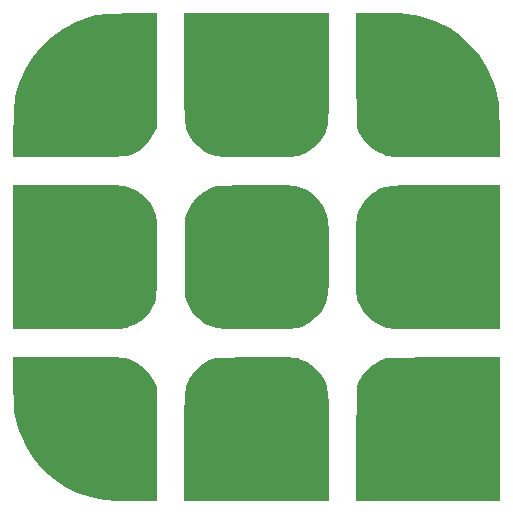
<source format=gbr>
%TF.GenerationSoftware,KiCad,Pcbnew,5.1.6-1.fc32*%
%TF.CreationDate,2020-07-09T20:52:17-05:00*%
%TF.ProjectId,case_plate,63617365-5f70-46c6-9174-652e6b696361,rev?*%
%TF.SameCoordinates,Original*%
%TF.FileFunction,Paste,Top*%
%TF.FilePolarity,Positive*%
%FSLAX46Y46*%
G04 Gerber Fmt 4.6, Leading zero omitted, Abs format (unit mm)*
G04 Created by KiCad (PCBNEW 5.1.6-1.fc32) date 2020-07-09 20:52:17*
%MOMM*%
%LPD*%
G01*
G04 APERTURE LIST*
%ADD10C,0.100000*%
G04 APERTURE END LIST*
D10*
%TO.C,G\u002A\u002A\u002A*%
G36*
X110594214Y-93126950D02*
G01*
X110595158Y-93127216D01*
X110596031Y-93127662D01*
X110596800Y-93128269D01*
X110597437Y-93129014D01*
X110597915Y-93129869D01*
X110598218Y-93130802D01*
X110598334Y-93131897D01*
X110574500Y-97988794D01*
X110550666Y-102845692D01*
X110550565Y-102846667D01*
X110550153Y-102847873D01*
X110319692Y-103316695D01*
X110319456Y-103317121D01*
X109914788Y-103970767D01*
X109914186Y-103971553D01*
X109403590Y-104516702D01*
X109402939Y-104517285D01*
X109025254Y-104800277D01*
X109024929Y-104800502D01*
X108846563Y-104913320D01*
X108846411Y-104913412D01*
X108681758Y-105009543D01*
X108681429Y-105009719D01*
X108515857Y-105090501D01*
X108515394Y-105090698D01*
X108334271Y-105157464D01*
X108333782Y-105157617D01*
X108122475Y-105211703D01*
X108122058Y-105211791D01*
X107865936Y-105254532D01*
X107865629Y-105254573D01*
X107550058Y-105287305D01*
X107549850Y-105287322D01*
X107160198Y-105311380D01*
X107160065Y-105311387D01*
X106681701Y-105328107D01*
X106681618Y-105328109D01*
X106099908Y-105338825D01*
X106099859Y-105338826D01*
X105400172Y-105344874D01*
X105400145Y-105344874D01*
X104567847Y-105347589D01*
X104567835Y-105347589D01*
X103588296Y-105348306D01*
X103588292Y-105348306D01*
X103027605Y-105348334D01*
X98376612Y-105348334D01*
X98375637Y-105348238D01*
X98374699Y-105347953D01*
X98373834Y-105347491D01*
X98373077Y-105346870D01*
X98372455Y-105346112D01*
X98371993Y-105345248D01*
X98371708Y-105344310D01*
X98371613Y-105343237D01*
X98416330Y-103036070D01*
X98416330Y-103036056D01*
X98433594Y-102257933D01*
X98433596Y-102257878D01*
X98454690Y-101620991D01*
X98454695Y-101620883D01*
X98483467Y-101097138D01*
X98483480Y-101096955D01*
X98523781Y-100658255D01*
X98523812Y-100657990D01*
X98579489Y-100276238D01*
X98579546Y-100275922D01*
X98654448Y-99923022D01*
X98654522Y-99922720D01*
X98752500Y-99570577D01*
X98752568Y-99570354D01*
X98877468Y-99190870D01*
X98877506Y-99190759D01*
X98984361Y-98890094D01*
X98984504Y-98889734D01*
X99456635Y-97829212D01*
X99456965Y-97828593D01*
X100071536Y-96846806D01*
X100071935Y-96846256D01*
X100816198Y-95954187D01*
X100816654Y-95953708D01*
X101677860Y-95162338D01*
X101678365Y-95161932D01*
X102643767Y-94482245D01*
X102644314Y-94481910D01*
X103701161Y-93924890D01*
X103701745Y-93924628D01*
X104837291Y-93501256D01*
X104837747Y-93501110D01*
X105419948Y-93345560D01*
X105420378Y-93345466D01*
X105692057Y-93297976D01*
X105692401Y-93297928D01*
X106074351Y-93258185D01*
X106074544Y-93258168D01*
X106580510Y-93225336D01*
X106580626Y-93225330D01*
X107224355Y-93198574D01*
X107224428Y-93198572D01*
X108019665Y-93177059D01*
X108019697Y-93177058D01*
X108283397Y-93171627D01*
X108283403Y-93171627D01*
X110593237Y-93126873D01*
X110594214Y-93126950D01*
G37*
G36*
X125151641Y-93146430D02*
G01*
X125152579Y-93146715D01*
X125153444Y-93147177D01*
X125154202Y-93147798D01*
X125154823Y-93148556D01*
X125155285Y-93149421D01*
X125155570Y-93150359D01*
X125155666Y-93151336D01*
X125154196Y-97575169D01*
X125154196Y-97575173D01*
X125153022Y-98642360D01*
X125153022Y-98642373D01*
X125149581Y-99554938D01*
X125149581Y-99554963D01*
X125142853Y-100327612D01*
X125142852Y-100327653D01*
X125131815Y-100975093D01*
X125131814Y-100975160D01*
X125115446Y-101512097D01*
X125115441Y-101512202D01*
X125092720Y-101953343D01*
X125092710Y-101953502D01*
X125062614Y-102313553D01*
X125062589Y-102313787D01*
X125024098Y-102607456D01*
X125024045Y-102607777D01*
X124976135Y-102849769D01*
X124976039Y-102850167D01*
X124917691Y-103055188D01*
X124917553Y-103055603D01*
X124847743Y-103238362D01*
X124847598Y-103238704D01*
X124765305Y-103413905D01*
X124765233Y-103414050D01*
X124745478Y-103452795D01*
X124745183Y-103453299D01*
X124348896Y-104047327D01*
X124348248Y-104048112D01*
X123825103Y-104564167D01*
X123824356Y-104564774D01*
X123210065Y-104972269D01*
X123209298Y-104972686D01*
X122724976Y-105183637D01*
X122724492Y-105183819D01*
X122592014Y-105225872D01*
X122591681Y-105225965D01*
X122450985Y-105260133D01*
X122450604Y-105260210D01*
X122283502Y-105287260D01*
X122283190Y-105287300D01*
X122071495Y-105308001D01*
X122071283Y-105308017D01*
X121796806Y-105323137D01*
X121796676Y-105323143D01*
X121441231Y-105333448D01*
X121441155Y-105333450D01*
X120986553Y-105339710D01*
X120986510Y-105339710D01*
X120414564Y-105342691D01*
X120414541Y-105342691D01*
X119707064Y-105343162D01*
X119707054Y-105343162D01*
X118977905Y-105342147D01*
X118977899Y-105342147D01*
X118136111Y-105339945D01*
X118136098Y-105339945D01*
X117445699Y-105336307D01*
X117445672Y-105336307D01*
X116888717Y-105330446D01*
X116888670Y-105330445D01*
X116447217Y-105321571D01*
X116447133Y-105321569D01*
X116103236Y-105308892D01*
X116103094Y-105308884D01*
X115838810Y-105291617D01*
X115838581Y-105291597D01*
X115635968Y-105268949D01*
X115635631Y-105268900D01*
X115476742Y-105240082D01*
X115476336Y-105239991D01*
X115343230Y-105204215D01*
X115342938Y-105204126D01*
X115267370Y-105178773D01*
X115266783Y-105178534D01*
X114628265Y-104869759D01*
X114627434Y-104869252D01*
X114044965Y-104430532D01*
X114044277Y-104429905D01*
X113557748Y-103895870D01*
X113557211Y-103895164D01*
X113279408Y-103453185D01*
X113279143Y-103452707D01*
X113193985Y-103277199D01*
X113193845Y-103276884D01*
X113121394Y-103097034D01*
X113121250Y-103096627D01*
X113060483Y-102897728D01*
X113060377Y-102897320D01*
X113010272Y-102664667D01*
X113010211Y-102664326D01*
X112969748Y-102383212D01*
X112969718Y-102382961D01*
X112937874Y-102038678D01*
X112937861Y-102038504D01*
X112913615Y-101616347D01*
X112913610Y-101616232D01*
X112895940Y-101101495D01*
X112895938Y-101101420D01*
X112883823Y-100479394D01*
X112883822Y-100479348D01*
X112876239Y-99735329D01*
X112876239Y-99735301D01*
X112872167Y-98854581D01*
X112872167Y-98854566D01*
X112870585Y-97822439D01*
X112870585Y-97822433D01*
X112870470Y-97575169D01*
X112869000Y-93151336D01*
X112869096Y-93150361D01*
X112869380Y-93149423D01*
X112869841Y-93148558D01*
X112870463Y-93147800D01*
X112871220Y-93147178D01*
X112872084Y-93146715D01*
X112873022Y-93146431D01*
X112874000Y-93146334D01*
X125150666Y-93146334D01*
X125151641Y-93146430D01*
G37*
G36*
X129317856Y-93148948D02*
G01*
X129317897Y-93148948D01*
X130253150Y-93157859D01*
X130253270Y-93157862D01*
X131047722Y-93184611D01*
X131047911Y-93184621D01*
X131729546Y-93233448D01*
X131729814Y-93233474D01*
X132326616Y-93308617D01*
X132326952Y-93308671D01*
X132866905Y-93414373D01*
X132867269Y-93414459D01*
X133378358Y-93554958D01*
X133378693Y-93555062D01*
X133888903Y-93734599D01*
X133889136Y-93734688D01*
X134304627Y-93904612D01*
X134305025Y-93904796D01*
X135346675Y-94441862D01*
X135347260Y-94442216D01*
X136308662Y-95118183D01*
X136309176Y-95118598D01*
X137174387Y-95916649D01*
X137174837Y-95917122D01*
X137927918Y-96820444D01*
X137928308Y-96820980D01*
X138553316Y-97812756D01*
X138553642Y-97813361D01*
X139034636Y-98876776D01*
X139034774Y-98877114D01*
X139044919Y-98904753D01*
X139044938Y-98904807D01*
X139189886Y-99314143D01*
X139189940Y-99314302D01*
X139305578Y-99679309D01*
X139305652Y-99679567D01*
X139395782Y-100028130D01*
X139395853Y-100028448D01*
X139464278Y-100388451D01*
X139464326Y-100388757D01*
X139514848Y-100788088D01*
X139514873Y-100788327D01*
X139551294Y-101254869D01*
X139551304Y-101255026D01*
X139577426Y-101816665D01*
X139577429Y-101816754D01*
X139597056Y-102501376D01*
X139597057Y-102501414D01*
X139608336Y-103036062D01*
X139608336Y-103036070D01*
X139653053Y-105343237D01*
X139652976Y-105344214D01*
X139652710Y-105345158D01*
X139652264Y-105346031D01*
X139651657Y-105346800D01*
X139650912Y-105347437D01*
X139650057Y-105347915D01*
X139649124Y-105348218D01*
X139648051Y-105348334D01*
X134960524Y-105345569D01*
X134960522Y-105345569D01*
X133938801Y-105344568D01*
X133938795Y-105344568D01*
X133072143Y-105342588D01*
X133072131Y-105342588D01*
X132346285Y-105339212D01*
X132346265Y-105339212D01*
X131746963Y-105334023D01*
X131746930Y-105334022D01*
X131259908Y-105326602D01*
X131259855Y-105326601D01*
X130870851Y-105316534D01*
X130870765Y-105316531D01*
X130565514Y-105303399D01*
X130565378Y-105303392D01*
X130329619Y-105286778D01*
X130329406Y-105286758D01*
X130148874Y-105266245D01*
X130148562Y-105266200D01*
X130008996Y-105241370D01*
X130008605Y-105241284D01*
X129895741Y-105211720D01*
X129895454Y-105211635D01*
X129847007Y-105195790D01*
X129846486Y-105195587D01*
X129115481Y-104862081D01*
X129114577Y-104861547D01*
X128500996Y-104406305D01*
X128500186Y-104405552D01*
X128001533Y-103826387D01*
X128001003Y-103825644D01*
X127708615Y-103324350D01*
X127708446Y-103324036D01*
X127474512Y-102847872D01*
X127474168Y-102846954D01*
X127474000Y-102845692D01*
X127450182Y-97998525D01*
X127426364Y-93151359D01*
X127426455Y-93150383D01*
X127426735Y-93149443D01*
X127427193Y-93148577D01*
X127427811Y-93147816D01*
X127428566Y-93147190D01*
X127429428Y-93146724D01*
X127430364Y-93146435D01*
X127431371Y-93146334D01*
X129317856Y-93148948D01*
G37*
G36*
X139629641Y-107709096D02*
G01*
X139630579Y-107709380D01*
X139631443Y-107709842D01*
X139632201Y-107710464D01*
X139632823Y-107711222D01*
X139633285Y-107712086D01*
X139633570Y-107713024D01*
X139633666Y-107714000D01*
X139633666Y-119906000D01*
X139633570Y-119906975D01*
X139633285Y-119907913D01*
X139632823Y-119908778D01*
X139632202Y-119909536D01*
X139631444Y-119910157D01*
X139630579Y-119910619D01*
X139629641Y-119910904D01*
X139628664Y-119911000D01*
X134993164Y-119908814D01*
X133989501Y-119908213D01*
X133989496Y-119908213D01*
X133140328Y-119907064D01*
X133140319Y-119907064D01*
X132430811Y-119904816D01*
X132430794Y-119904816D01*
X131846109Y-119900917D01*
X131846078Y-119900917D01*
X131371377Y-119894814D01*
X131371324Y-119894813D01*
X130991771Y-119885956D01*
X130991685Y-119885953D01*
X130692444Y-119873790D01*
X130692305Y-119873782D01*
X130458538Y-119857759D01*
X130458326Y-119857740D01*
X130275195Y-119837307D01*
X130274900Y-119837265D01*
X130127570Y-119811869D01*
X130127231Y-119811799D01*
X130000863Y-119780889D01*
X130000581Y-119780811D01*
X129880340Y-119743834D01*
X129880215Y-119743794D01*
X129795439Y-119715264D01*
X129794958Y-119715074D01*
X129091965Y-119394269D01*
X129091027Y-119393709D01*
X128500983Y-118947837D01*
X128500162Y-118947056D01*
X128020113Y-118373289D01*
X128019529Y-118372421D01*
X127646519Y-117667930D01*
X127646317Y-117667500D01*
X127639196Y-117650276D01*
X127639178Y-117650231D01*
X127588173Y-117523381D01*
X127588088Y-117523154D01*
X127546428Y-117403044D01*
X127546305Y-117402634D01*
X127513042Y-117271403D01*
X127512953Y-117270970D01*
X127487144Y-117110754D01*
X127487102Y-117110423D01*
X127467799Y-116903358D01*
X127467783Y-116903146D01*
X127454044Y-116631371D01*
X127454040Y-116631248D01*
X127444917Y-116276899D01*
X127444915Y-116276830D01*
X127439463Y-115822044D01*
X127439463Y-115822008D01*
X127436738Y-115248922D01*
X127436738Y-115248905D01*
X127435794Y-114539656D01*
X127435794Y-114539650D01*
X127435685Y-113810001D01*
X127435685Y-113809999D01*
X127435856Y-112969855D01*
X127435856Y-112969848D01*
X127436997Y-112281175D01*
X127436997Y-112281155D01*
X127440054Y-111726089D01*
X127440054Y-111726050D01*
X127445973Y-111286728D01*
X127445975Y-111286653D01*
X127455700Y-110945212D01*
X127455706Y-110945078D01*
X127470184Y-110683656D01*
X127470201Y-110683428D01*
X127490376Y-110484161D01*
X127490424Y-110483812D01*
X127517242Y-110328838D01*
X127517339Y-110328398D01*
X127551745Y-110199853D01*
X127551867Y-110199461D01*
X127594807Y-110079482D01*
X127594880Y-110079292D01*
X127639182Y-109969759D01*
X127639324Y-109969439D01*
X127927945Y-109378596D01*
X127928391Y-109377854D01*
X128271646Y-108904868D01*
X128272288Y-108904144D01*
X128708613Y-108498318D01*
X128708992Y-108497999D01*
X128817559Y-108415444D01*
X128817637Y-108415385D01*
X129015100Y-108271276D01*
X129015240Y-108271178D01*
X129196432Y-108148167D01*
X129196742Y-108147973D01*
X129376347Y-108044390D01*
X129376811Y-108044154D01*
X129569511Y-107958329D01*
X129570037Y-107958129D01*
X129790516Y-107888393D01*
X129790995Y-107888267D01*
X130053936Y-107832950D01*
X130054306Y-107832887D01*
X130374392Y-107790318D01*
X130374651Y-107790290D01*
X130766565Y-107758800D01*
X130766734Y-107758789D01*
X131245159Y-107736708D01*
X131245266Y-107736705D01*
X131824885Y-107722363D01*
X131824950Y-107722361D01*
X132520447Y-107714089D01*
X132520483Y-107714089D01*
X133346540Y-107710215D01*
X133346557Y-107710215D01*
X134317857Y-107709071D01*
X134317862Y-107709071D01*
X135023250Y-107709000D01*
X139628665Y-107709000D01*
X139629641Y-107709096D01*
G37*
G36*
X104005940Y-107709258D02*
G01*
X104005945Y-107709258D01*
X104856062Y-107710360D01*
X104856073Y-107710360D01*
X105566705Y-107712799D01*
X105566724Y-107712799D01*
X106152797Y-107717067D01*
X106152830Y-107717067D01*
X106629267Y-107723657D01*
X106629321Y-107723659D01*
X107011048Y-107733064D01*
X107011135Y-107733066D01*
X107313075Y-107745779D01*
X107313212Y-107745787D01*
X107550291Y-107762301D01*
X107550496Y-107762320D01*
X107737637Y-107783126D01*
X107737914Y-107783164D01*
X107890043Y-107808756D01*
X107890352Y-107808818D01*
X108022391Y-107839689D01*
X108022640Y-107839754D01*
X108149516Y-107876395D01*
X108149601Y-107876421D01*
X108159468Y-107879460D01*
X108159983Y-107879650D01*
X108851800Y-108179305D01*
X108852751Y-108179847D01*
X109455772Y-108617766D01*
X109456571Y-108618490D01*
X109956486Y-109180866D01*
X109957096Y-109181717D01*
X110339591Y-109854740D01*
X110339875Y-109855326D01*
X110425365Y-110065410D01*
X110425447Y-110065626D01*
X110469052Y-110188765D01*
X110469149Y-110189070D01*
X110504630Y-110314240D01*
X110504729Y-110314654D01*
X110532771Y-110459525D01*
X110532828Y-110459895D01*
X110554116Y-110642136D01*
X110554140Y-110642396D01*
X110569358Y-110879678D01*
X110569365Y-110879839D01*
X110579198Y-111189829D01*
X110579201Y-111189924D01*
X110584335Y-111590294D01*
X110584335Y-111590347D01*
X110585454Y-112098764D01*
X110585454Y-112098792D01*
X110583243Y-112732928D01*
X110583243Y-112732942D01*
X110578387Y-113510464D01*
X110578387Y-113510469D01*
X110575400Y-113928578D01*
X110575400Y-113928580D01*
X110568990Y-114776637D01*
X110568990Y-114776645D01*
X110562641Y-115472785D01*
X110562641Y-115472804D01*
X110555354Y-116034441D01*
X110555353Y-116034480D01*
X110546128Y-116479027D01*
X110546126Y-116479099D01*
X110533963Y-116823972D01*
X110533957Y-116824102D01*
X110517857Y-117086712D01*
X110517838Y-117086935D01*
X110496802Y-117284696D01*
X110496751Y-117285050D01*
X110469778Y-117435377D01*
X110469670Y-117435850D01*
X110435762Y-117556156D01*
X110435610Y-117556611D01*
X110393766Y-117664309D01*
X110393667Y-117664544D01*
X110355773Y-117749046D01*
X110355540Y-117749503D01*
X109951132Y-118449001D01*
X109950531Y-118449830D01*
X109441700Y-119019023D01*
X109440878Y-119019760D01*
X108832564Y-119454170D01*
X108831615Y-119454702D01*
X108159953Y-119740363D01*
X108159397Y-119740562D01*
X108032303Y-119777663D01*
X108032063Y-119777726D01*
X107900941Y-119809019D01*
X107900633Y-119809083D01*
X107750558Y-119835059D01*
X107750276Y-119835099D01*
X107566324Y-119856253D01*
X107566113Y-119856273D01*
X107333360Y-119873095D01*
X107333219Y-119873103D01*
X107036739Y-119886088D01*
X107036648Y-119886091D01*
X106661518Y-119895731D01*
X106661462Y-119895732D01*
X106192757Y-119902519D01*
X106192723Y-119902520D01*
X105615518Y-119906948D01*
X105615498Y-119906948D01*
X104914869Y-119909508D01*
X104914858Y-119909508D01*
X104075882Y-119910694D01*
X104075877Y-119910694D01*
X103083627Y-119910999D01*
X103083625Y-119910999D01*
X103001414Y-119911000D01*
X98396000Y-119911000D01*
X98395025Y-119910904D01*
X98394087Y-119910619D01*
X98393222Y-119910157D01*
X98392465Y-119909536D01*
X98391843Y-119908778D01*
X98391381Y-119907913D01*
X98391096Y-119906976D01*
X98391000Y-119906000D01*
X98391000Y-107714000D01*
X98391096Y-107713025D01*
X98391381Y-107712087D01*
X98391843Y-107711222D01*
X98392464Y-107710464D01*
X98393222Y-107709843D01*
X98394087Y-107709381D01*
X98395025Y-107709096D01*
X98396000Y-107709000D01*
X103001415Y-107709000D01*
X104005940Y-107709258D01*
G37*
G36*
X104096982Y-122272122D02*
G01*
X104096989Y-122272122D01*
X104968543Y-122273747D01*
X104968556Y-122273747D01*
X105699038Y-122276930D01*
X105699058Y-122276930D01*
X106302595Y-122282058D01*
X106302629Y-122282059D01*
X106793353Y-122289520D01*
X106793407Y-122289521D01*
X107185445Y-122299703D01*
X107185531Y-122299706D01*
X107493013Y-122312997D01*
X107493150Y-122313004D01*
X107730206Y-122329792D01*
X107730421Y-122329812D01*
X107911179Y-122350484D01*
X107911497Y-122350531D01*
X108050087Y-122375476D01*
X108050494Y-122375567D01*
X108161046Y-122405172D01*
X108161305Y-122405249D01*
X108182636Y-122412214D01*
X108183173Y-122412424D01*
X108888170Y-122736633D01*
X108889085Y-122737179D01*
X109504345Y-123199697D01*
X109505116Y-123200415D01*
X110014718Y-123787152D01*
X110015248Y-123787888D01*
X110319510Y-124302968D01*
X110319692Y-124303305D01*
X110550153Y-124772128D01*
X110550497Y-124773046D01*
X110550666Y-124774309D01*
X110574484Y-129621475D01*
X110598301Y-134468642D01*
X110598210Y-134469618D01*
X110597930Y-134470558D01*
X110597472Y-134471424D01*
X110596854Y-134472185D01*
X110596099Y-134472811D01*
X110595237Y-134473277D01*
X110594301Y-134473566D01*
X110593274Y-134473667D01*
X108622123Y-134462931D01*
X108622099Y-134462931D01*
X108025251Y-134456820D01*
X108025205Y-134456819D01*
X107452828Y-134445696D01*
X107452779Y-134445695D01*
X106937522Y-134430595D01*
X106937456Y-134430593D01*
X106511968Y-134412554D01*
X106511852Y-134412547D01*
X106208782Y-134392606D01*
X106208585Y-134392589D01*
X106122914Y-134383543D01*
X106122454Y-134383473D01*
X104959783Y-134149887D01*
X104959131Y-134149709D01*
X103847424Y-133764428D01*
X103846817Y-133764172D01*
X102800489Y-133238633D01*
X102799930Y-133238305D01*
X101833393Y-132583946D01*
X101832883Y-132583551D01*
X100960550Y-131811810D01*
X100960091Y-131811347D01*
X100196375Y-130933660D01*
X100195972Y-130933129D01*
X99555287Y-129960933D01*
X99554949Y-129960334D01*
X99051708Y-128905068D01*
X99051546Y-128904688D01*
X98979766Y-128715296D01*
X98979728Y-128715193D01*
X98834780Y-128305857D01*
X98834726Y-128305698D01*
X98719088Y-127940691D01*
X98719014Y-127940433D01*
X98628884Y-127591871D01*
X98628813Y-127591553D01*
X98560388Y-127231549D01*
X98560340Y-127231243D01*
X98509818Y-126831913D01*
X98509793Y-126831674D01*
X98473372Y-126365132D01*
X98473362Y-126364975D01*
X98447239Y-125803335D01*
X98447236Y-125803246D01*
X98427610Y-125118624D01*
X98427609Y-125118586D01*
X98416330Y-124583939D01*
X98416330Y-124583931D01*
X98371613Y-122276764D01*
X98371690Y-122275787D01*
X98371956Y-122274843D01*
X98372402Y-122273970D01*
X98373009Y-122273201D01*
X98373754Y-122272564D01*
X98374609Y-122272086D01*
X98375542Y-122271783D01*
X98376612Y-122271667D01*
X103070225Y-122271667D01*
X104096982Y-122272122D01*
G37*
G36*
X120983151Y-122281702D02*
G01*
X120983197Y-122281702D01*
X121443006Y-122286590D01*
X121443084Y-122286592D01*
X121803124Y-122296046D01*
X121803255Y-122296051D01*
X122080916Y-122310598D01*
X122081126Y-122310613D01*
X122293794Y-122330783D01*
X122294109Y-122330823D01*
X122459170Y-122357142D01*
X122459571Y-122357223D01*
X122594413Y-122390220D01*
X122594693Y-122390297D01*
X122642713Y-122405047D01*
X122643267Y-122405254D01*
X123278480Y-122686119D01*
X123279294Y-122686574D01*
X123864503Y-123089529D01*
X123865190Y-123090099D01*
X124361306Y-123582729D01*
X124361939Y-123583497D01*
X124729869Y-124133387D01*
X124730165Y-124133891D01*
X124732070Y-124137617D01*
X124732119Y-124137716D01*
X124820025Y-124319474D01*
X124820154Y-124319763D01*
X124894936Y-124503186D01*
X124895077Y-124503577D01*
X124957793Y-124703481D01*
X124957901Y-124703887D01*
X125009608Y-124935090D01*
X125009673Y-124935437D01*
X125051429Y-125212754D01*
X125051462Y-125213014D01*
X125084325Y-125551262D01*
X125084339Y-125551444D01*
X125109367Y-125965440D01*
X125109373Y-125965561D01*
X125127624Y-126470121D01*
X125127626Y-126470199D01*
X125140157Y-127080139D01*
X125140158Y-127080188D01*
X125148027Y-127810325D01*
X125148027Y-127810354D01*
X125152293Y-128675506D01*
X125152293Y-128675523D01*
X125154012Y-129690504D01*
X125154012Y-129690509D01*
X125154196Y-130044831D01*
X125155666Y-134468664D01*
X125155570Y-134469640D01*
X125155286Y-134470578D01*
X125154825Y-134471443D01*
X125154203Y-134472201D01*
X125153446Y-134472823D01*
X125152582Y-134473285D01*
X125151644Y-134473570D01*
X125150666Y-134473667D01*
X112874000Y-134473667D01*
X112873025Y-134473571D01*
X112872087Y-134473286D01*
X112871222Y-134472824D01*
X112870464Y-134472203D01*
X112869843Y-134471445D01*
X112869381Y-134470580D01*
X112869096Y-134469642D01*
X112869000Y-134468665D01*
X112870470Y-130044832D01*
X112870470Y-130044829D01*
X112871593Y-128979778D01*
X112871593Y-128979765D01*
X112874915Y-128069203D01*
X112874915Y-128069178D01*
X112881504Y-127298262D01*
X112881505Y-127298220D01*
X112892431Y-126652108D01*
X112892432Y-126652041D01*
X112908764Y-126115891D01*
X112908769Y-126115785D01*
X112931576Y-125674756D01*
X112931587Y-125674595D01*
X112961940Y-125313845D01*
X112961965Y-125313610D01*
X113000932Y-125018297D01*
X113000985Y-125017976D01*
X113049636Y-124773258D01*
X113049731Y-124772866D01*
X113109136Y-124563902D01*
X113109269Y-124563498D01*
X113180497Y-124375446D01*
X113180634Y-124375119D01*
X113264754Y-124193136D01*
X113264826Y-124192988D01*
X113297133Y-124128723D01*
X113297427Y-124128215D01*
X113546955Y-123750176D01*
X113547402Y-123749596D01*
X113904468Y-123350507D01*
X113904851Y-123350123D01*
X114321361Y-122975654D01*
X114321807Y-122975297D01*
X114749664Y-122671119D01*
X114750148Y-122670815D01*
X114945920Y-122562945D01*
X114946137Y-122562832D01*
X115454137Y-122314508D01*
X115455056Y-122314166D01*
X115456296Y-122314000D01*
X118831208Y-122289155D01*
X118831212Y-122289155D01*
X119694645Y-122283512D01*
X119694659Y-122283512D01*
X120406163Y-122280852D01*
X120406189Y-122280852D01*
X120983151Y-122281702D01*
G37*
G36*
X139629618Y-122267699D02*
G01*
X139630557Y-122267979D01*
X139631424Y-122268437D01*
X139632184Y-122269055D01*
X139632810Y-122269810D01*
X139633276Y-122270672D01*
X139633565Y-122271609D01*
X139633666Y-122272608D01*
X139633666Y-134468667D01*
X139633570Y-134469642D01*
X139633285Y-134470580D01*
X139632823Y-134471445D01*
X139632202Y-134472203D01*
X139631444Y-134472824D01*
X139630579Y-134473286D01*
X139629641Y-134473571D01*
X139628666Y-134473667D01*
X127431364Y-134473667D01*
X127430389Y-134473571D01*
X127429451Y-134473286D01*
X127428586Y-134472824D01*
X127427828Y-134472203D01*
X127427207Y-134471445D01*
X127426745Y-134470580D01*
X127426460Y-134469642D01*
X127426364Y-134468642D01*
X127450182Y-129621475D01*
X127474000Y-124774309D01*
X127474101Y-124773334D01*
X127474512Y-124772130D01*
X127711179Y-124290189D01*
X127711421Y-124289752D01*
X128123144Y-123627738D01*
X128123815Y-123626883D01*
X128650702Y-123088104D01*
X128651549Y-123087410D01*
X129300767Y-122664674D01*
X129301243Y-122664400D01*
X129362715Y-122633381D01*
X129362751Y-122633363D01*
X130007779Y-122314518D01*
X130008696Y-122314172D01*
X130009971Y-122314000D01*
X134819306Y-122290804D01*
X139628642Y-122267608D01*
X139629618Y-122267699D01*
G37*
G36*
X120512757Y-107718072D02*
G01*
X120512807Y-107718072D01*
X121159802Y-107724797D01*
X121159882Y-107724799D01*
X121665998Y-107738197D01*
X121666136Y-107738202D01*
X122040820Y-107758466D01*
X122041087Y-107758488D01*
X122293788Y-107785811D01*
X122294159Y-107785865D01*
X122357574Y-107797572D01*
X122358246Y-107797745D01*
X123072727Y-108035753D01*
X123073706Y-108036201D01*
X123706590Y-108413166D01*
X123707440Y-108413804D01*
X124242567Y-108912506D01*
X124243257Y-108913301D01*
X124664466Y-109516518D01*
X124664974Y-109517439D01*
X124956105Y-110207950D01*
X124956369Y-110208766D01*
X125066148Y-110683500D01*
X125066251Y-110684118D01*
X125092259Y-110938821D01*
X125092278Y-110939060D01*
X125113604Y-111335070D01*
X125113608Y-111335176D01*
X125130250Y-111844530D01*
X125130252Y-111844592D01*
X125142211Y-112439330D01*
X125142212Y-112439375D01*
X125149488Y-113091534D01*
X125149488Y-113091571D01*
X125152080Y-113773189D01*
X125152080Y-113773223D01*
X125149989Y-114456338D01*
X125149989Y-114456375D01*
X125143215Y-115113026D01*
X125143214Y-115113069D01*
X125131757Y-115715294D01*
X125131756Y-115715354D01*
X125115615Y-116235190D01*
X125115611Y-116235289D01*
X125094787Y-116644775D01*
X125094771Y-116644989D01*
X125069264Y-116916164D01*
X125069229Y-116916452D01*
X125066220Y-116936131D01*
X125066105Y-116936677D01*
X124864553Y-117684109D01*
X124864168Y-117685100D01*
X124520391Y-118351279D01*
X124519785Y-118352191D01*
X124043987Y-118921786D01*
X124043190Y-118922551D01*
X123445579Y-119380230D01*
X123445121Y-119380542D01*
X123434876Y-119386720D01*
X123434806Y-119386761D01*
X123214901Y-119514569D01*
X123214656Y-119514703D01*
X123008100Y-119619768D01*
X123007684Y-119619956D01*
X122795549Y-119704476D01*
X122795044Y-119704646D01*
X122558406Y-119770817D01*
X122557939Y-119770924D01*
X122277872Y-119820943D01*
X122277517Y-119820993D01*
X121935095Y-119857057D01*
X121934857Y-119857077D01*
X121511155Y-119881384D01*
X121511010Y-119881390D01*
X120987101Y-119896135D01*
X120987017Y-119896137D01*
X120343977Y-119903519D01*
X120343934Y-119903519D01*
X119562835Y-119905735D01*
X119562819Y-119905735D01*
X118969998Y-119905442D01*
X118969990Y-119905442D01*
X118150686Y-119903804D01*
X118150670Y-119903804D01*
X117481771Y-119900391D01*
X117481741Y-119900391D01*
X116944319Y-119894349D01*
X116944263Y-119894348D01*
X116519390Y-119884823D01*
X116519293Y-119884820D01*
X116188043Y-119870960D01*
X116187882Y-119870950D01*
X115931327Y-119851901D01*
X115931077Y-119851876D01*
X115730292Y-119826785D01*
X115729955Y-119826731D01*
X115566011Y-119794745D01*
X115565655Y-119794663D01*
X115419625Y-119754927D01*
X115419444Y-119754874D01*
X115383372Y-119743583D01*
X115382839Y-119743382D01*
X114685147Y-119434028D01*
X114684231Y-119433499D01*
X114070756Y-118986872D01*
X114069985Y-118986178D01*
X113561386Y-118421960D01*
X113560772Y-118421116D01*
X113177710Y-117758985D01*
X113177413Y-117758381D01*
X113099078Y-117567728D01*
X113099002Y-117567530D01*
X113051279Y-117435696D01*
X113051190Y-117435427D01*
X113012338Y-117305594D01*
X113012236Y-117305195D01*
X112981345Y-117159100D01*
X112981280Y-117158720D01*
X112957439Y-116978102D01*
X112957410Y-116977826D01*
X112939707Y-116744419D01*
X112939697Y-116744246D01*
X112927221Y-116439788D01*
X112927218Y-116439687D01*
X112919059Y-116045915D01*
X112919058Y-116045858D01*
X112914303Y-115544508D01*
X112914303Y-115544479D01*
X112912043Y-114917289D01*
X112912043Y-114917275D01*
X112911365Y-114145981D01*
X112911365Y-114145977D01*
X112911333Y-113810000D01*
X112911333Y-113809998D01*
X112911689Y-112977936D01*
X112911689Y-112977926D01*
X112913348Y-112296995D01*
X112913348Y-112296972D01*
X112917193Y-111748971D01*
X112917194Y-111748926D01*
X112924110Y-111315655D01*
X112924112Y-111315574D01*
X112934982Y-110978830D01*
X112934988Y-110978688D01*
X112950697Y-110720270D01*
X112950717Y-110720036D01*
X112972149Y-110521744D01*
X112972198Y-110521399D01*
X113000237Y-110365030D01*
X113000329Y-110364618D01*
X113035859Y-110231972D01*
X113035963Y-110231634D01*
X113079869Y-110104509D01*
X113079913Y-110104385D01*
X113093298Y-110068699D01*
X113093504Y-110068227D01*
X113447565Y-109357061D01*
X113448124Y-109356182D01*
X113926227Y-108753461D01*
X113926981Y-108752695D01*
X114517664Y-108270310D01*
X114518521Y-108269747D01*
X115136350Y-107948547D01*
X115136845Y-107948322D01*
X115268163Y-107897307D01*
X115268434Y-107897211D01*
X115396775Y-107855675D01*
X115397191Y-107855560D01*
X115541225Y-107822346D01*
X115541627Y-107822270D01*
X115720028Y-107796222D01*
X115720319Y-107796189D01*
X115951755Y-107776151D01*
X115951936Y-107776138D01*
X116255081Y-107760954D01*
X116255185Y-107760950D01*
X116648708Y-107749463D01*
X116648765Y-107749462D01*
X117151338Y-107740518D01*
X117151367Y-107740517D01*
X117781662Y-107732959D01*
X117781675Y-107732959D01*
X118558362Y-107725630D01*
X118558365Y-107725630D01*
X118758289Y-107723867D01*
X118758301Y-107723867D01*
X119715400Y-107717827D01*
X119715434Y-107717827D01*
X120512757Y-107718072D01*
G37*
%TD*%
M02*

</source>
